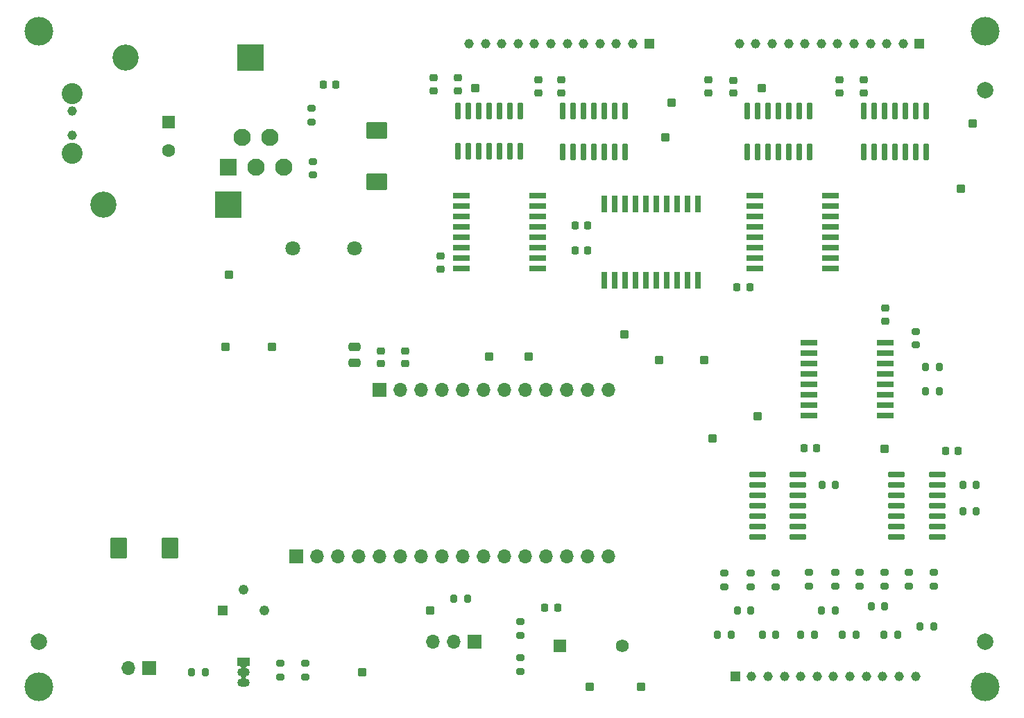
<source format=gts>
%TF.GenerationSoftware,KiCad,Pcbnew,(6.0.4)*%
%TF.CreationDate,2022-05-08T16:00:54-07:00*%
%TF.ProjectId,lta-logic-module,6c74612d-6c6f-4676-9963-2d6d6f64756c,rev?*%
%TF.SameCoordinates,PX1042990PY10b0760*%
%TF.FileFunction,Soldermask,Top*%
%TF.FilePolarity,Negative*%
%FSLAX46Y46*%
G04 Gerber Fmt 4.6, Leading zero omitted, Abs format (unit mm)*
G04 Created by KiCad (PCBNEW (6.0.4)) date 2022-05-08 16:00:54*
%MOMM*%
%LPD*%
G01*
G04 APERTURE LIST*
G04 Aperture macros list*
%AMRoundRect*
0 Rectangle with rounded corners*
0 $1 Rounding radius*
0 $2 $3 $4 $5 $6 $7 $8 $9 X,Y pos of 4 corners*
0 Add a 4 corners polygon primitive as box body*
4,1,4,$2,$3,$4,$5,$6,$7,$8,$9,$2,$3,0*
0 Add four circle primitives for the rounded corners*
1,1,$1+$1,$2,$3*
1,1,$1+$1,$4,$5*
1,1,$1+$1,$6,$7*
1,1,$1+$1,$8,$9*
0 Add four rect primitives between the rounded corners*
20,1,$1+$1,$2,$3,$4,$5,0*
20,1,$1+$1,$4,$5,$6,$7,0*
20,1,$1+$1,$6,$7,$8,$9,0*
20,1,$1+$1,$8,$9,$2,$3,0*%
G04 Aperture macros list end*
%ADD10RoundRect,0.200000X0.275000X-0.200000X0.275000X0.200000X-0.275000X0.200000X-0.275000X-0.200000X0*%
%ADD11RoundRect,0.200000X-0.200000X-0.275000X0.200000X-0.275000X0.200000X0.275000X-0.200000X0.275000X0*%
%ADD12RoundRect,0.218750X0.218750X0.256250X-0.218750X0.256250X-0.218750X-0.256250X0.218750X-0.256250X0*%
%ADD13RoundRect,0.225000X-0.250000X0.225000X-0.250000X-0.225000X0.250000X-0.225000X0.250000X0.225000X0*%
%ADD14RoundRect,0.250000X0.787500X1.025000X-0.787500X1.025000X-0.787500X-1.025000X0.787500X-1.025000X0*%
%ADD15RoundRect,0.100000X-0.400000X-0.400000X0.400000X-0.400000X0.400000X0.400000X-0.400000X0.400000X0*%
%ADD16RoundRect,0.090000X-0.895000X-0.210000X0.895000X-0.210000X0.895000X0.210000X-0.895000X0.210000X0*%
%ADD17RoundRect,0.200000X0.200000X0.275000X-0.200000X0.275000X-0.200000X-0.275000X0.200000X-0.275000X0*%
%ADD18RoundRect,0.200000X-0.275000X0.200000X-0.275000X-0.200000X0.275000X-0.200000X0.275000X0.200000X0*%
%ADD19C,1.800000*%
%ADD20RoundRect,0.042000X0.988000X0.258000X-0.988000X0.258000X-0.988000X-0.258000X0.988000X-0.258000X0*%
%ADD21RoundRect,0.225000X0.225000X0.250000X-0.225000X0.250000X-0.225000X-0.250000X0.225000X-0.250000X0*%
%ADD22RoundRect,0.100000X-0.400000X0.400000X-0.400000X-0.400000X0.400000X-0.400000X0.400000X0.400000X0*%
%ADD23RoundRect,0.090000X0.210000X-0.895000X0.210000X0.895000X-0.210000X0.895000X-0.210000X-0.895000X0*%
%ADD24R,1.222000X1.222000*%
%ADD25C,1.222000*%
%ADD26RoundRect,0.042000X-0.988000X-0.258000X0.988000X-0.258000X0.988000X0.258000X-0.988000X0.258000X0*%
%ADD27R,1.500000X1.050000*%
%ADD28O,1.500000X1.050000*%
%ADD29C,2.000000*%
%ADD30C,3.500000*%
%ADD31R,1.150000X1.150000*%
%ADD32C,1.150000*%
%ADD33R,3.200000X3.200000*%
%ADD34O,3.200000X3.200000*%
%ADD35R,1.580000X1.580000*%
%ADD36C,1.580000*%
%ADD37RoundRect,0.042000X0.258000X-0.988000X0.258000X0.988000X-0.258000X0.988000X-0.258000X-0.988000X0*%
%ADD38RoundRect,0.225000X0.250000X-0.225000X0.250000X0.225000X-0.250000X0.225000X-0.250000X-0.225000X0*%
%ADD39R,1.600000X1.600000*%
%ADD40C,1.600000*%
%ADD41R,1.700000X1.700000*%
%ADD42O,1.700000X1.700000*%
%ADD43C,1.170000*%
%ADD44C,2.560000*%
%ADD45RoundRect,0.250000X0.475000X-0.250000X0.475000X0.250000X-0.475000X0.250000X-0.475000X-0.250000X0*%
%ADD46R,2.100000X2.100000*%
%ADD47C,2.100000*%
%ADD48RoundRect,0.250000X1.025000X-0.787500X1.025000X0.787500X-1.025000X0.787500X-1.025000X-0.787500X0*%
G04 APERTURE END LIST*
D10*
%TO.C,R32*%
X63500000Y-78475000D03*
X63500000Y-76825000D03*
%TD*%
D11*
%TO.C,R31*%
X55425000Y-74050000D03*
X57075000Y-74050000D03*
%TD*%
D12*
%TO.C,D4*%
X68087500Y-75150000D03*
X66512500Y-75150000D03*
%TD*%
D13*
%TO.C,C16*%
X55900000Y-10475000D03*
X55900000Y-12025000D03*
%TD*%
D14*
%TO.C,C1*%
X20762500Y-67850000D03*
X14537500Y-67850000D03*
%TD*%
D13*
%TO.C,C13*%
X102450000Y-10725000D03*
X102450000Y-12275000D03*
%TD*%
D15*
%TO.C,TP1*%
X78250000Y-84750000D03*
%TD*%
D16*
%TO.C,U12*%
X109450000Y-58890000D03*
X109450000Y-60160000D03*
X109450000Y-61430000D03*
X109450000Y-62700000D03*
X109450000Y-63970000D03*
X109450000Y-65240000D03*
X109450000Y-66510000D03*
X114400000Y-66510000D03*
X114400000Y-65240000D03*
X114400000Y-63970000D03*
X114400000Y-62700000D03*
X114400000Y-61430000D03*
X114400000Y-60160000D03*
X114400000Y-58890000D03*
%TD*%
D15*
%TO.C,TP21*%
X86000000Y-44894736D03*
%TD*%
D17*
%TO.C,R4*%
X114625000Y-48700000D03*
X112975000Y-48700000D03*
%TD*%
D18*
%TO.C,R2*%
X38050000Y-14175000D03*
X38050000Y-15825000D03*
%TD*%
D15*
%TO.C,TP19*%
X52500000Y-75500000D03*
%TD*%
D17*
%TO.C,R10*%
X107975000Y-74975000D03*
X106325000Y-74975000D03*
%TD*%
D15*
%TO.C,TP12*%
X64500000Y-44500000D03*
%TD*%
%TO.C,TP17*%
X92500000Y-51750000D03*
%TD*%
D10*
%TO.C,R17*%
X91625000Y-72575000D03*
X91625000Y-70925000D03*
%TD*%
D19*
%TO.C,L1*%
X43250000Y-31250000D03*
X35750000Y-31250000D03*
%TD*%
D18*
%TO.C,R3*%
X111750000Y-41425000D03*
X111750000Y-43075000D03*
%TD*%
D20*
%TO.C,U3*%
X101390000Y-33695000D03*
X101390000Y-32425000D03*
X101390000Y-31155000D03*
X101390000Y-29885000D03*
X101390000Y-28615000D03*
X101390000Y-27345000D03*
X101390000Y-26075000D03*
X101390000Y-24805000D03*
X92110000Y-24805000D03*
X92110000Y-26075000D03*
X92110000Y-27345000D03*
X92110000Y-28615000D03*
X92110000Y-29885000D03*
X92110000Y-31155000D03*
X92110000Y-32425000D03*
X92110000Y-33695000D03*
%TD*%
D12*
%TO.C,D3*%
X41037500Y-11250000D03*
X39462500Y-11250000D03*
%TD*%
D10*
%TO.C,R18*%
X107975000Y-72500000D03*
X107975000Y-70850000D03*
%TD*%
D15*
%TO.C,TP9*%
X28000000Y-34500000D03*
%TD*%
D21*
%TO.C,C18*%
X71750000Y-28500000D03*
X70200000Y-28500000D03*
%TD*%
D22*
%TO.C,TP14*%
X93000000Y-11750000D03*
%TD*%
D23*
%TO.C,U7*%
X91190000Y-19475000D03*
X92460000Y-19475000D03*
X93730000Y-19475000D03*
X95000000Y-19475000D03*
X96270000Y-19475000D03*
X97540000Y-19475000D03*
X98810000Y-19475000D03*
X98810000Y-14525000D03*
X97540000Y-14525000D03*
X96270000Y-14525000D03*
X95000000Y-14525000D03*
X93730000Y-14525000D03*
X92460000Y-14525000D03*
X91190000Y-14525000D03*
%TD*%
D24*
%TO.C,RV1*%
X27210000Y-75500000D03*
D25*
X29750000Y-72960000D03*
X32290000Y-75500000D03*
%TD*%
D13*
%TO.C,C12*%
X105450000Y-10725000D03*
X105450000Y-12275000D03*
%TD*%
D26*
%TO.C,U5*%
X98737500Y-42805000D03*
X98737500Y-44075000D03*
X98737500Y-45345000D03*
X98737500Y-46615000D03*
X98737500Y-47885000D03*
X98737500Y-49155000D03*
X98737500Y-50425000D03*
X98737500Y-51695000D03*
X108017500Y-51695000D03*
X108017500Y-50425000D03*
X108017500Y-49155000D03*
X108017500Y-47885000D03*
X108017500Y-46615000D03*
X108017500Y-45345000D03*
X108017500Y-44075000D03*
X108017500Y-42805000D03*
%TD*%
D15*
%TO.C,TP2*%
X33250000Y-43250000D03*
%TD*%
D10*
%TO.C,R20*%
X110975000Y-72500000D03*
X110975000Y-70850000D03*
%TD*%
%TO.C,R15*%
X88450000Y-72575000D03*
X88450000Y-70925000D03*
%TD*%
D15*
%TO.C,TP6*%
X27500000Y-43250000D03*
%TD*%
D23*
%TO.C,U10*%
X55940000Y-19450000D03*
X57210000Y-19450000D03*
X58480000Y-19450000D03*
X59750000Y-19450000D03*
X61020000Y-19450000D03*
X62290000Y-19450000D03*
X63560000Y-19450000D03*
X63560000Y-14500000D03*
X62290000Y-14500000D03*
X61020000Y-14500000D03*
X59750000Y-14500000D03*
X58480000Y-14500000D03*
X57210000Y-14500000D03*
X55940000Y-14500000D03*
%TD*%
D10*
%TO.C,R19*%
X94700000Y-72575000D03*
X94700000Y-70925000D03*
%TD*%
D13*
%TO.C,C8*%
X108050000Y-38575000D03*
X108050000Y-40125000D03*
%TD*%
D17*
%TO.C,R9*%
X94695000Y-78400000D03*
X93045000Y-78400000D03*
%TD*%
D18*
%TO.C,R1*%
X38250000Y-20675000D03*
X38250000Y-22325000D03*
%TD*%
D15*
%TO.C,TP20*%
X44250000Y-83000000D03*
%TD*%
D27*
%TO.C,Q2*%
X29750000Y-81750000D03*
D28*
X29750000Y-83020000D03*
X29750000Y-84290000D03*
%TD*%
D29*
%TO.C,FID2*%
X120250000Y-79250000D03*
%TD*%
D15*
%TO.C,TP4*%
X72000000Y-84750000D03*
%TD*%
D30*
%TO.C,H1*%
X4750000Y-84750000D03*
%TD*%
D31*
%TO.C,J3*%
X112250001Y-6250000D03*
D32*
X110250000Y-6250000D03*
X108250001Y-6250000D03*
X106250000Y-6250000D03*
X104250002Y-6250000D03*
X102250001Y-6250000D03*
X100250002Y-6250000D03*
X98250001Y-6250000D03*
X96250000Y-6250000D03*
X94250001Y-6250000D03*
X92250000Y-6250000D03*
X90250002Y-6250000D03*
%TD*%
D33*
%TO.C,D1*%
X30620000Y-8000000D03*
D34*
X15380000Y-8000000D03*
%TD*%
D17*
%TO.C,R14*%
X113970000Y-77450000D03*
X112320000Y-77450000D03*
%TD*%
D10*
%TO.C,R22*%
X113975000Y-72500000D03*
X113975000Y-70850000D03*
%TD*%
D23*
%TO.C,U6*%
X105440000Y-19475000D03*
X106710000Y-19475000D03*
X107980000Y-19475000D03*
X109250000Y-19475000D03*
X110520000Y-19475000D03*
X111790000Y-19475000D03*
X113060000Y-19475000D03*
X113060000Y-14525000D03*
X111790000Y-14525000D03*
X110520000Y-14525000D03*
X109250000Y-14525000D03*
X107980000Y-14525000D03*
X106710000Y-14525000D03*
X105440000Y-14525000D03*
%TD*%
D35*
%TO.C,SW1*%
X68390000Y-79750000D03*
D36*
X76010000Y-79750000D03*
%TD*%
D11*
%TO.C,R27*%
X23425000Y-83000000D03*
X25075000Y-83000000D03*
%TD*%
D17*
%TO.C,R5*%
X114625000Y-45750000D03*
X112975000Y-45750000D03*
%TD*%
D13*
%TO.C,C11*%
X65750000Y-10725000D03*
X65750000Y-12275000D03*
%TD*%
D15*
%TO.C,TP13*%
X81250000Y-17750000D03*
%TD*%
D13*
%TO.C,C10*%
X68500000Y-10725000D03*
X68500000Y-12275000D03*
%TD*%
%TO.C,C15*%
X86500000Y-10725000D03*
X86500000Y-12275000D03*
%TD*%
D15*
%TO.C,TP16*%
X87000000Y-54500000D03*
%TD*%
%TO.C,TP3*%
X118750000Y-16000000D03*
%TD*%
%TO.C,TP18*%
X108000000Y-55750000D03*
%TD*%
D23*
%TO.C,U9*%
X68690000Y-19475000D03*
X69960000Y-19475000D03*
X71230000Y-19475000D03*
X72500000Y-19475000D03*
X73770000Y-19475000D03*
X75040000Y-19475000D03*
X76310000Y-19475000D03*
X76310000Y-14525000D03*
X75040000Y-14525000D03*
X73770000Y-14525000D03*
X72500000Y-14525000D03*
X71230000Y-14525000D03*
X69960000Y-14525000D03*
X68690000Y-14525000D03*
%TD*%
D10*
%TO.C,R29*%
X37250000Y-83575000D03*
X37250000Y-81925000D03*
%TD*%
D33*
%TO.C,D2*%
X27850000Y-25950000D03*
D34*
X12610000Y-25950000D03*
%TD*%
D10*
%TO.C,R21*%
X98725000Y-72500000D03*
X98725000Y-70850000D03*
%TD*%
D29*
%TO.C,FID3*%
X120250000Y-12000000D03*
%TD*%
D10*
%TO.C,R16*%
X104950000Y-72500000D03*
X104950000Y-70850000D03*
%TD*%
D29*
%TO.C,FID1*%
X4750000Y-79250000D03*
%TD*%
D37*
%TO.C,U8*%
X73785000Y-35140000D03*
X75055000Y-35140000D03*
X76325000Y-35140000D03*
X77595000Y-35140000D03*
X78865000Y-35140000D03*
X80135000Y-35140000D03*
X81405000Y-35140000D03*
X82675000Y-35140000D03*
X83945000Y-35140000D03*
X85215000Y-35140000D03*
X85215000Y-25860000D03*
X83945000Y-25860000D03*
X82675000Y-25860000D03*
X81405000Y-25860000D03*
X80135000Y-25860000D03*
X78865000Y-25860000D03*
X77595000Y-25860000D03*
X76325000Y-25860000D03*
X75055000Y-25860000D03*
X73785000Y-25860000D03*
%TD*%
D31*
%TO.C,J2*%
X89750001Y-83500000D03*
D32*
X91750002Y-83500000D03*
X93750001Y-83500000D03*
X95750002Y-83500000D03*
X97750000Y-83500000D03*
X99750001Y-83500000D03*
X101750000Y-83500000D03*
X103750001Y-83500000D03*
X105750002Y-83500000D03*
X107750001Y-83500000D03*
X109750002Y-83500000D03*
X111750000Y-83500000D03*
%TD*%
D22*
%TO.C,TP10*%
X58000000Y-11750000D03*
%TD*%
D13*
%TO.C,C14*%
X89500000Y-10750000D03*
X89500000Y-12300000D03*
%TD*%
D30*
%TO.C,H3*%
X120250000Y-4750000D03*
%TD*%
D18*
%TO.C,R30*%
X63500000Y-81225000D03*
X63500000Y-82875000D03*
%TD*%
D17*
%TO.C,R8*%
X104480000Y-78400000D03*
X102830000Y-78400000D03*
%TD*%
D38*
%TO.C,C2*%
X49500000Y-45350000D03*
X49500000Y-43800000D03*
%TD*%
D17*
%TO.C,R11*%
X99400000Y-78400000D03*
X97750000Y-78400000D03*
%TD*%
D15*
%TO.C,TP15*%
X117250000Y-24000000D03*
%TD*%
D39*
%TO.C,C5*%
X20600000Y-15850000D03*
D40*
X20600000Y-19350000D03*
%TD*%
D17*
%TO.C,R7*%
X91650000Y-75500000D03*
X90000000Y-75500000D03*
%TD*%
D21*
%TO.C,C19*%
X71775000Y-31500000D03*
X70225000Y-31500000D03*
%TD*%
D10*
%TO.C,R23*%
X101975000Y-72500000D03*
X101975000Y-70850000D03*
%TD*%
D17*
%TO.C,R6*%
X89240000Y-78450000D03*
X87590000Y-78450000D03*
%TD*%
D41*
%TO.C,JP1*%
X57950000Y-79249999D03*
D42*
X55410000Y-79249999D03*
X52870000Y-79249999D03*
%TD*%
D13*
%TO.C,C7*%
X53750000Y-32225000D03*
X53750000Y-33775000D03*
%TD*%
D30*
%TO.C,H2*%
X120250000Y-84750000D03*
%TD*%
D21*
%TO.C,C20*%
X99700000Y-55650000D03*
X98150000Y-55650000D03*
%TD*%
D18*
%TO.C,R28*%
X34250000Y-81925000D03*
X34250000Y-83575000D03*
%TD*%
D16*
%TO.C,U11*%
X92450000Y-58890000D03*
X92450000Y-60160000D03*
X92450000Y-61430000D03*
X92450000Y-62700000D03*
X92450000Y-63970000D03*
X92450000Y-65240000D03*
X92450000Y-66510000D03*
X97400000Y-66510000D03*
X97400000Y-65240000D03*
X97400000Y-63970000D03*
X97400000Y-62700000D03*
X97400000Y-61430000D03*
X97400000Y-60160000D03*
X97400000Y-58890000D03*
%TD*%
D15*
%TO.C,TP11*%
X59750000Y-44500000D03*
%TD*%
%TO.C,TP8*%
X76250000Y-41750000D03*
%TD*%
D20*
%TO.C,U4*%
X65640000Y-33695000D03*
X65640000Y-32425000D03*
X65640000Y-31155000D03*
X65640000Y-29885000D03*
X65640000Y-28615000D03*
X65640000Y-27345000D03*
X65640000Y-26075000D03*
X65640000Y-24805000D03*
X56360000Y-24805000D03*
X56360000Y-26075000D03*
X56360000Y-27345000D03*
X56360000Y-28615000D03*
X56360000Y-29885000D03*
X56360000Y-31155000D03*
X56360000Y-32425000D03*
X56360000Y-33695000D03*
%TD*%
D17*
%TO.C,R12*%
X109560000Y-78400000D03*
X107910000Y-78400000D03*
%TD*%
D38*
%TO.C,C3*%
X46500000Y-45350000D03*
X46500000Y-43800000D03*
%TD*%
D30*
%TO.C,H4*%
X4750000Y-4750000D03*
%TD*%
D11*
%TO.C,R26*%
X117525000Y-60150000D03*
X119175000Y-60150000D03*
%TD*%
D43*
%TO.C,J1*%
X8836499Y-14500002D03*
X8836499Y-17500001D03*
D44*
X8836499Y-12350004D03*
X8836499Y-19649999D03*
%TD*%
D31*
%TO.C,J4*%
X79250000Y-6250000D03*
D32*
X77249999Y-6250000D03*
X75250000Y-6250000D03*
X73249999Y-6250000D03*
X71250001Y-6250000D03*
X69250000Y-6250000D03*
X67250001Y-6250000D03*
X65250000Y-6250000D03*
X63249999Y-6250000D03*
X61250000Y-6250000D03*
X59249999Y-6250000D03*
X57250001Y-6250000D03*
%TD*%
D41*
%TO.C,Q1*%
X18250000Y-82500000D03*
D42*
X15710000Y-82500000D03*
%TD*%
D41*
%TO.C,U1*%
X36200000Y-68835000D03*
D42*
X38740000Y-68835000D03*
X41280000Y-68835000D03*
X43820000Y-68835000D03*
X46360000Y-68835000D03*
X48900000Y-68835000D03*
X51440000Y-68835000D03*
X53980000Y-68835000D03*
X56520000Y-68835000D03*
X59060000Y-68835000D03*
X61600000Y-68835000D03*
X64140000Y-68835000D03*
X66680000Y-68835000D03*
X69220000Y-68835000D03*
X71760000Y-68835000D03*
X74300000Y-68835000D03*
X74300000Y-48515000D03*
X71760000Y-48515000D03*
X69220000Y-48515000D03*
X66680000Y-48515000D03*
X64140000Y-48515000D03*
X61600000Y-48515000D03*
X59060000Y-48515000D03*
X56520000Y-48515000D03*
X53980000Y-48515000D03*
X51440000Y-48515000D03*
X48900000Y-48515000D03*
D41*
X46360000Y-48515000D03*
%TD*%
D13*
%TO.C,C17*%
X52950000Y-10475000D03*
X52950000Y-12025000D03*
%TD*%
D15*
%TO.C,TP5*%
X82000000Y-13450000D03*
%TD*%
D11*
%TO.C,R25*%
X100350000Y-60160000D03*
X102000000Y-60160000D03*
%TD*%
D17*
%TO.C,R13*%
X101950000Y-75500000D03*
X100300000Y-75500000D03*
%TD*%
D21*
%TO.C,C9*%
X91525000Y-36000000D03*
X89975000Y-36000000D03*
%TD*%
%TO.C,C21*%
X116950000Y-55950000D03*
X115400000Y-55950000D03*
%TD*%
D15*
%TO.C,TP7*%
X80500000Y-44894736D03*
%TD*%
D45*
%TO.C,C4*%
X43250000Y-45200000D03*
X43250000Y-43300000D03*
%TD*%
D46*
%TO.C,U2*%
X27850000Y-21400000D03*
D47*
X29550000Y-17700000D03*
X31250000Y-21400000D03*
X32950000Y-17700000D03*
X34650000Y-21400000D03*
%TD*%
D11*
%TO.C,R24*%
X117525000Y-63350000D03*
X119175000Y-63350000D03*
%TD*%
D48*
%TO.C,C6*%
X46000000Y-23112500D03*
X46000000Y-16887500D03*
%TD*%
G36*
X30108418Y-83525714D02*
G01*
X30108690Y-83527696D01*
X30107574Y-83528799D01*
X30106049Y-83529403D01*
X30105564Y-83529528D01*
X30079398Y-83532834D01*
X30015641Y-83560641D01*
X29977204Y-83618254D01*
X29976018Y-83687503D01*
X30012484Y-83746442D01*
X30056508Y-83769994D01*
X30057564Y-83771692D01*
X30056621Y-83773456D01*
X30055007Y-83773678D01*
X30051337Y-83772612D01*
X29974922Y-83767000D01*
X29525132Y-83767000D01*
X29393433Y-83785041D01*
X29391582Y-83784286D01*
X29391310Y-83782304D01*
X29392426Y-83781201D01*
X29393951Y-83780597D01*
X29394436Y-83780472D01*
X29420602Y-83777166D01*
X29484359Y-83749359D01*
X29522796Y-83691746D01*
X29523982Y-83622497D01*
X29487516Y-83563558D01*
X29443492Y-83540006D01*
X29442436Y-83538308D01*
X29443379Y-83536544D01*
X29444993Y-83536322D01*
X29448663Y-83537388D01*
X29525078Y-83543000D01*
X29974868Y-83543000D01*
X30106567Y-83524959D01*
X30108418Y-83525714D01*
G37*
G36*
X30155066Y-82274000D02*
G01*
X30155066Y-82276000D01*
X30153897Y-82276919D01*
X30086885Y-82296595D01*
X30041530Y-82348938D01*
X30031673Y-82417491D01*
X30060436Y-82480473D01*
X30123045Y-82519209D01*
X30168398Y-82530854D01*
X30168865Y-82531038D01*
X30175047Y-82534437D01*
X30176083Y-82536148D01*
X30175119Y-82537901D01*
X30173525Y-82538111D01*
X30051337Y-82502612D01*
X29974922Y-82497000D01*
X29525132Y-82497000D01*
X29388663Y-82515694D01*
X29386812Y-82514939D01*
X29386540Y-82512957D01*
X29387162Y-82512136D01*
X29439016Y-82471677D01*
X29461917Y-82406315D01*
X29445844Y-82338948D01*
X29395866Y-82290929D01*
X29338689Y-82276943D01*
X29337244Y-82275560D01*
X29337719Y-82273617D01*
X29339164Y-82273000D01*
X30153334Y-82273000D01*
X30155066Y-82274000D01*
G37*
M02*

</source>
